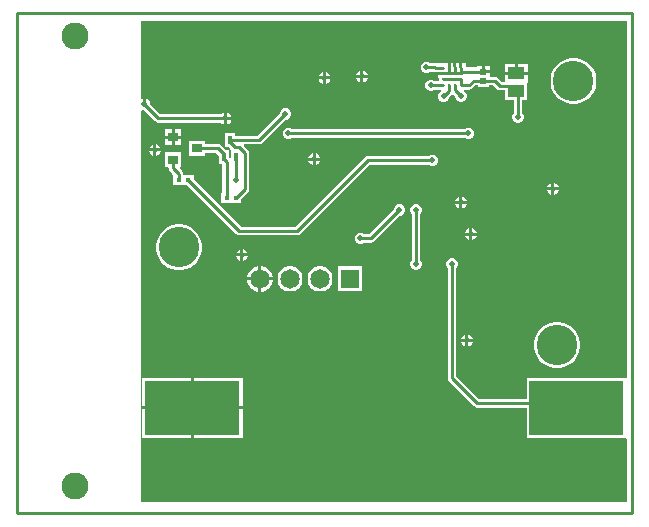
<source format=gbl>
G04*
G04 #@! TF.GenerationSoftware,Altium Limited,Altium Designer,22.8.2 (66)*
G04*
G04 Layer_Physical_Order=2*
G04 Layer_Color=16711680*
%FSLAX25Y25*%
%MOIN*%
G70*
G04*
G04 #@! TF.SameCoordinates,DBEA32A3-26B1-43DE-8851-A205651FCFC1*
G04*
G04*
G04 #@! TF.FilePolarity,Positive*
G04*
G01*
G75*
%ADD15C,0.01000*%
%ADD25R,0.02047X0.02047*%
%ADD49R,0.05512X0.04331*%
%ADD57C,0.09000*%
%ADD58C,0.06496*%
%ADD59R,0.06496X0.06496*%
%ADD60C,0.02000*%
%ADD61C,0.13500*%
%ADD62R,0.31500X0.18000*%
%ADD63R,0.01083X0.00984*%
%ADD64R,0.00984X0.01083*%
%ADD65R,0.01772X0.01772*%
%ADD66R,0.03543X0.03150*%
%ADD67R,0.01300X0.02800*%
G36*
X337748Y272359D02*
X337650Y271900D01*
X337248Y271900D01*
X304350D01*
Y264927D01*
X288591D01*
X280927Y272591D01*
Y308740D01*
X281111Y308924D01*
X281400Y309622D01*
Y310378D01*
X281111Y311076D01*
X280576Y311611D01*
X279878Y311900D01*
X279122D01*
X278424Y311611D01*
X277889Y311076D01*
X277600Y310378D01*
Y309622D01*
X277889Y308924D01*
X278073Y308740D01*
Y272000D01*
X278073Y272000D01*
X278181Y271454D01*
X278491Y270991D01*
X286991Y262491D01*
X286991Y262491D01*
X287454Y262181D01*
X288000Y262073D01*
X288000Y262073D01*
X304350D01*
Y252100D01*
X337248D01*
X337650Y252100D01*
X337748Y251641D01*
Y230500D01*
X175748D01*
Y360997D01*
X176248Y361331D01*
X176589Y361190D01*
X176968D01*
X180667Y357491D01*
X180667Y357491D01*
X181130Y357181D01*
X181677Y357073D01*
X181677Y357073D01*
X202599D01*
X202867Y356804D01*
X203500Y356542D01*
Y358500D01*
Y360458D01*
X202867Y360195D01*
X202599Y359927D01*
X182268D01*
X178987Y363209D01*
Y363588D01*
X178682Y364323D01*
X178120Y364885D01*
X177487Y365148D01*
Y363190D01*
X176487D01*
Y365148D01*
X176248Y365049D01*
X175748Y365383D01*
Y391000D01*
X337748D01*
Y272359D01*
D02*
G37*
%LPC*%
G36*
X292024Y376098D02*
X290500D01*
Y374575D01*
X292024D01*
Y376098D01*
D02*
G37*
G36*
X304756Y376665D02*
X301500D01*
Y374000D01*
X304756D01*
Y376665D01*
D02*
G37*
G36*
X300500D02*
X297244D01*
Y374000D01*
X300500D01*
Y376665D01*
D02*
G37*
G36*
X250000Y374458D02*
Y373000D01*
X251458D01*
X251196Y373633D01*
X250633Y374196D01*
X250000Y374458D01*
D02*
G37*
G36*
X249000D02*
X248367Y374196D01*
X247804Y373633D01*
X247542Y373000D01*
X249000D01*
Y374458D01*
D02*
G37*
G36*
X237500Y373958D02*
Y372500D01*
X238958D01*
X238696Y373133D01*
X238133Y373695D01*
X237500Y373958D01*
D02*
G37*
G36*
X236500D02*
X235867Y373695D01*
X235304Y373133D01*
X235042Y372500D01*
X236500D01*
Y373958D01*
D02*
G37*
G36*
X271378Y377400D02*
X270622D01*
X269924Y377111D01*
X269389Y376576D01*
X269100Y375878D01*
Y375122D01*
X269389Y374424D01*
X269924Y373889D01*
X270622Y373600D01*
X271378D01*
X272076Y373889D01*
X272260Y374073D01*
X273749D01*
X273987Y374025D01*
X273987Y374025D01*
X274957D01*
Y373984D01*
X276498D01*
Y372984D01*
X274957D01*
Y371992D01*
X275057D01*
Y370967D01*
X273720D01*
X273576Y371111D01*
X272878Y371400D01*
X272122D01*
X271424Y371111D01*
X270889Y370576D01*
X270600Y369878D01*
Y369122D01*
X270889Y368424D01*
X271424Y367889D01*
X272122Y367600D01*
X272878D01*
X273576Y367889D01*
X273799Y368112D01*
X275903D01*
X276002Y367612D01*
X275608Y367449D01*
X275074Y366914D01*
X274784Y366216D01*
Y365460D01*
X275074Y364762D01*
X275608Y364227D01*
X276307Y363938D01*
X277062D01*
X277761Y364227D01*
X278295Y364762D01*
X278584Y365460D01*
Y365719D01*
X279320Y366455D01*
X279962Y366519D01*
X280600Y365881D01*
Y365622D01*
X280889Y364924D01*
X281424Y364389D01*
X282122Y364100D01*
X282878D01*
X283576Y364389D01*
X284111Y364924D01*
X284400Y365622D01*
Y366378D01*
X284111Y367076D01*
X283576Y367611D01*
X283555Y367620D01*
X283654Y368120D01*
X285317D01*
X285317Y368120D01*
X285863Y368228D01*
X286326Y368538D01*
X287286Y369498D01*
X288076D01*
Y369002D01*
X291924D01*
Y369498D01*
X293210D01*
X294457Y368250D01*
X294457Y368250D01*
X294920Y367941D01*
X295467Y367832D01*
X295467Y367832D01*
X297344D01*
Y364529D01*
X300073D01*
Y360260D01*
X299889Y360076D01*
X299600Y359378D01*
Y358622D01*
X299889Y357924D01*
X300424Y357389D01*
X301122Y357100D01*
X301878D01*
X302576Y357389D01*
X303111Y357924D01*
X303400Y358622D01*
Y359378D01*
X303111Y360076D01*
X302927Y360260D01*
Y364529D01*
X304656D01*
Y370335D01*
X304756D01*
Y373000D01*
X297244D01*
Y370687D01*
X296058D01*
X294811Y371935D01*
X294347Y372244D01*
X293801Y372353D01*
X293801Y372353D01*
X292024D01*
Y373575D01*
X290000D01*
Y374075D01*
X289500D01*
Y376098D01*
X287976D01*
Y375502D01*
X284043D01*
Y376945D01*
X283002D01*
Y375453D01*
X282002D01*
Y376945D01*
X281976D01*
Y377043D01*
X280984D01*
Y375502D01*
X279984D01*
Y377043D01*
X279015D01*
Y375502D01*
X278015D01*
Y377043D01*
X277023D01*
Y377043D01*
X276523Y376875D01*
X276498Y376880D01*
X274177D01*
X273940Y376927D01*
X273940Y376927D01*
X272260D01*
X272076Y377111D01*
X271378Y377400D01*
D02*
G37*
G36*
X251458Y372000D02*
X250000D01*
Y370542D01*
X250633Y370805D01*
X251196Y371367D01*
X251458Y372000D01*
D02*
G37*
G36*
X249000D02*
X247542D01*
X247804Y371367D01*
X248367Y370805D01*
X249000Y370542D01*
Y372000D01*
D02*
G37*
G36*
X238958Y371500D02*
X237500D01*
Y370042D01*
X238133Y370304D01*
X238696Y370867D01*
X238958Y371500D01*
D02*
G37*
G36*
X236500D02*
X235042D01*
X235304Y370867D01*
X235867Y370304D01*
X236500Y370042D01*
Y371500D01*
D02*
G37*
G36*
X320754Y378650D02*
X319247D01*
X317769Y378356D01*
X316376Y377779D01*
X315123Y376942D01*
X314058Y375877D01*
X313221Y374624D01*
X312644Y373231D01*
X312350Y371754D01*
Y370247D01*
X312644Y368769D01*
X313221Y367376D01*
X314058Y366123D01*
X315123Y365058D01*
X316376Y364221D01*
X317769Y363644D01*
X319247Y363350D01*
X320754D01*
X322231Y363644D01*
X323624Y364221D01*
X324877Y365058D01*
X325942Y366123D01*
X326779Y367376D01*
X327356Y368769D01*
X327650Y370247D01*
Y371754D01*
X327356Y373231D01*
X326779Y374624D01*
X325942Y375877D01*
X324877Y376942D01*
X323624Y377779D01*
X322231Y378356D01*
X320754Y378650D01*
D02*
G37*
G36*
X204500Y360458D02*
Y359000D01*
X205958D01*
X205696Y359633D01*
X205133Y360195D01*
X204500Y360458D01*
D02*
G37*
G36*
X205958Y358000D02*
X204500D01*
Y356542D01*
X205133Y356804D01*
X205696Y357367D01*
X205958Y358000D01*
D02*
G37*
G36*
X285378Y355400D02*
X284622D01*
X283924Y355111D01*
X283740Y354927D01*
X226260D01*
X226076Y355111D01*
X225378Y355400D01*
X224622D01*
X223924Y355111D01*
X223389Y354576D01*
X223100Y353878D01*
Y353122D01*
X223389Y352424D01*
X223924Y351889D01*
X224622Y351600D01*
X225378D01*
X226076Y351889D01*
X226260Y352073D01*
X283740D01*
X283924Y351889D01*
X284622Y351600D01*
X285378D01*
X286076Y351889D01*
X286611Y352424D01*
X286900Y353122D01*
Y353878D01*
X286611Y354576D01*
X286076Y355111D01*
X285378Y355400D01*
D02*
G37*
G36*
X189335Y354815D02*
X187063D01*
Y352740D01*
X189335D01*
Y354815D01*
D02*
G37*
G36*
X186063D02*
X183791D01*
Y352740D01*
X186063D01*
Y354815D01*
D02*
G37*
G36*
X224378Y361900D02*
X223622D01*
X222924Y361611D01*
X222389Y361076D01*
X222100Y360378D01*
Y360119D01*
X214659Y352677D01*
X207050D01*
Y353550D01*
X203950D01*
Y348950D01*
X205031D01*
X205594Y348388D01*
X205919Y348050D01*
X205919D01*
X205919Y348050D01*
Y345291D01*
X205487Y345135D01*
X205443Y345133D01*
X205082Y345484D01*
Y348050D01*
X204000D01*
X202541Y349509D01*
X202078Y349819D01*
X201532Y349927D01*
X201532Y349927D01*
X197109D01*
Y350975D01*
X191765D01*
Y346025D01*
X197109D01*
Y347073D01*
X200940D01*
X201982Y346031D01*
Y343450D01*
X202998D01*
Y333786D01*
X202565D01*
Y330214D01*
X209286D01*
Y331767D01*
X211509Y333991D01*
X211509Y333991D01*
X211819Y334454D01*
X211927Y335000D01*
X211927Y335000D01*
Y346890D01*
X211819Y347436D01*
X211509Y347899D01*
X211509Y347899D01*
X210048Y349361D01*
X210239Y349823D01*
X215250D01*
X215250Y349823D01*
X215796Y349931D01*
X216259Y350241D01*
X224119Y358100D01*
X224378D01*
X225076Y358389D01*
X225611Y358924D01*
X225900Y359622D01*
Y360378D01*
X225611Y361076D01*
X225076Y361611D01*
X224378Y361900D01*
D02*
G37*
G36*
X189335Y351740D02*
X187063D01*
Y349665D01*
X189335D01*
Y351740D01*
D02*
G37*
G36*
X186063D02*
X183791D01*
Y349665D01*
X186063D01*
Y351740D01*
D02*
G37*
G36*
X181000Y349958D02*
Y348500D01*
X182458D01*
X182195Y349133D01*
X181633Y349695D01*
X181000Y349958D01*
D02*
G37*
G36*
X180000D02*
X179367Y349695D01*
X178805Y349133D01*
X178542Y348500D01*
X180000D01*
Y349958D01*
D02*
G37*
G36*
X182458Y347500D02*
X181000D01*
Y346042D01*
X181633Y346304D01*
X182195Y346867D01*
X182458Y347500D01*
D02*
G37*
G36*
X180000D02*
X178542D01*
X178805Y346867D01*
X179367Y346304D01*
X180000Y346042D01*
Y347500D01*
D02*
G37*
G36*
X234090Y346896D02*
Y345439D01*
X235548D01*
X235285Y346072D01*
X234723Y346634D01*
X234090Y346896D01*
D02*
G37*
G36*
X233090D02*
X232457Y346634D01*
X231894Y346072D01*
X231632Y345439D01*
X233090D01*
Y346896D01*
D02*
G37*
G36*
X235548Y344439D02*
X234090D01*
Y342981D01*
X234723Y343243D01*
X235285Y343806D01*
X235548Y344439D01*
D02*
G37*
G36*
X233090D02*
X231632D01*
X231894Y343806D01*
X232457Y343243D01*
X233090Y342981D01*
Y344439D01*
D02*
G37*
G36*
X189235Y347235D02*
X183891D01*
Y342285D01*
X184707D01*
X185073Y342000D01*
X185181Y341454D01*
X185491Y340991D01*
X186340Y340141D01*
X186639Y339786D01*
X186639D01*
X186639Y339786D01*
Y336214D01*
X191342D01*
X207565Y319991D01*
X208029Y319681D01*
X208575Y319573D01*
X208575Y319573D01*
X228000D01*
X228000Y319573D01*
X228546Y319681D01*
X229009Y319991D01*
X252091Y343073D01*
X271740D01*
X271924Y342889D01*
X272622Y342600D01*
X273378D01*
X274076Y342889D01*
X274611Y343424D01*
X274900Y344122D01*
Y344878D01*
X274611Y345576D01*
X274076Y346111D01*
X273378Y346400D01*
X272622D01*
X271924Y346111D01*
X271740Y345927D01*
X251500D01*
X251500Y345927D01*
X250954Y345819D01*
X250491Y345509D01*
X250491Y345509D01*
X227409Y322427D01*
X209166D01*
X193361Y338233D01*
Y339786D01*
X189853D01*
Y340075D01*
X189744Y340621D01*
X189435Y341084D01*
X189435Y341084D01*
X188696Y341823D01*
X188887Y342285D01*
X189235D01*
Y347235D01*
D02*
G37*
G36*
X313657Y337036D02*
Y335579D01*
X315115D01*
X314853Y336212D01*
X314290Y336774D01*
X313657Y337036D01*
D02*
G37*
G36*
X312657D02*
X312024Y336774D01*
X311462Y336212D01*
X311200Y335579D01*
X312657D01*
Y337036D01*
D02*
G37*
G36*
X315115Y334579D02*
X313657D01*
Y333121D01*
X314290Y333383D01*
X314853Y333946D01*
X315115Y334579D01*
D02*
G37*
G36*
X312657D02*
X311200D01*
X311462Y333946D01*
X312024Y333383D01*
X312657Y333121D01*
Y334579D01*
D02*
G37*
G36*
X283000Y332458D02*
Y331000D01*
X284458D01*
X284195Y331633D01*
X283633Y332195D01*
X283000Y332458D01*
D02*
G37*
G36*
X282000D02*
X281367Y332195D01*
X280804Y331633D01*
X280542Y331000D01*
X282000D01*
Y332458D01*
D02*
G37*
G36*
X284458Y330000D02*
X283000D01*
Y328542D01*
X283633Y328804D01*
X284195Y329367D01*
X284458Y330000D01*
D02*
G37*
G36*
X282000D02*
X280542D01*
X280804Y329367D01*
X281367Y328804D01*
X282000Y328542D01*
Y330000D01*
D02*
G37*
G36*
X286269Y321931D02*
Y320474D01*
X287726D01*
X287464Y321107D01*
X286902Y321669D01*
X286269Y321931D01*
D02*
G37*
G36*
X285269D02*
X284636Y321669D01*
X284073Y321107D01*
X283811Y320474D01*
X285269D01*
Y321931D01*
D02*
G37*
G36*
X262378Y329900D02*
X261622D01*
X260924Y329611D01*
X260389Y329076D01*
X260100Y328378D01*
Y328119D01*
X251909Y319927D01*
X250260D01*
X250076Y320111D01*
X249378Y320400D01*
X248622D01*
X247924Y320111D01*
X247389Y319576D01*
X247100Y318878D01*
Y318122D01*
X247389Y317424D01*
X247924Y316889D01*
X248622Y316600D01*
X249378D01*
X250076Y316889D01*
X250260Y317073D01*
X252500D01*
X252500Y317073D01*
X253046Y317181D01*
X253509Y317491D01*
X262119Y326100D01*
X262378D01*
X263076Y326389D01*
X263611Y326924D01*
X263900Y327622D01*
Y328378D01*
X263611Y329076D01*
X263076Y329611D01*
X262378Y329900D01*
D02*
G37*
G36*
X287726Y319474D02*
X286269D01*
Y318016D01*
X286902Y318278D01*
X287464Y318841D01*
X287726Y319474D01*
D02*
G37*
G36*
X285269D02*
X283811D01*
X284073Y318841D01*
X284636Y318278D01*
X285269Y318016D01*
Y319474D01*
D02*
G37*
G36*
X210000Y314958D02*
Y313500D01*
X211458D01*
X211195Y314133D01*
X210633Y314696D01*
X210000Y314958D01*
D02*
G37*
G36*
X209000D02*
X208367Y314696D01*
X207804Y314133D01*
X207542Y313500D01*
X209000D01*
Y314958D01*
D02*
G37*
G36*
X211458Y312500D02*
X210000D01*
Y311042D01*
X210633Y311304D01*
X211195Y311867D01*
X211458Y312500D01*
D02*
G37*
G36*
X209000D02*
X207542D01*
X207804Y311867D01*
X208367Y311304D01*
X209000Y311042D01*
Y312500D01*
D02*
G37*
G36*
X267878Y329900D02*
X267122D01*
X266424Y329611D01*
X265889Y329076D01*
X265600Y328378D01*
Y327622D01*
X265889Y326924D01*
X266073Y326740D01*
Y311260D01*
X265889Y311076D01*
X265600Y310378D01*
Y309622D01*
X265889Y308924D01*
X266424Y308389D01*
X267122Y308100D01*
X267878D01*
X268576Y308389D01*
X269111Y308924D01*
X269400Y309622D01*
Y310378D01*
X269111Y311076D01*
X268927Y311260D01*
Y326740D01*
X269111Y326924D01*
X269400Y327622D01*
Y328378D01*
X269111Y329076D01*
X268576Y329611D01*
X267878Y329900D01*
D02*
G37*
G36*
X189253Y323150D02*
X187747D01*
X186269Y322856D01*
X184876Y322279D01*
X183623Y321442D01*
X182558Y320377D01*
X181721Y319124D01*
X181144Y317731D01*
X180850Y316253D01*
Y314746D01*
X181144Y313269D01*
X181721Y311876D01*
X182558Y310623D01*
X183623Y309558D01*
X184876Y308721D01*
X186269Y308144D01*
X187747Y307850D01*
X189253D01*
X190731Y308144D01*
X192124Y308721D01*
X193377Y309558D01*
X194442Y310623D01*
X195279Y311876D01*
X195856Y313269D01*
X196150Y314746D01*
Y316253D01*
X195856Y317731D01*
X195279Y319124D01*
X194442Y320377D01*
X193377Y321442D01*
X192124Y322279D01*
X190731Y322856D01*
X189253Y323150D01*
D02*
G37*
G36*
X216059Y309248D02*
X216000D01*
Y305500D01*
X219748D01*
Y305559D01*
X219459Y306640D01*
X218899Y307608D01*
X218108Y308399D01*
X217140Y308959D01*
X216059Y309248D01*
D02*
G37*
G36*
X215000D02*
X214941D01*
X213860Y308959D01*
X212892Y308399D01*
X212101Y307608D01*
X211542Y306640D01*
X211252Y305559D01*
Y305500D01*
X215000D01*
Y309248D01*
D02*
G37*
G36*
X249648Y309148D02*
X241352D01*
Y300852D01*
X249648D01*
Y309148D01*
D02*
G37*
G36*
X236046D02*
X234954D01*
X233899Y308865D01*
X232953Y308319D01*
X232181Y307547D01*
X231635Y306601D01*
X231352Y305546D01*
Y304454D01*
X231635Y303399D01*
X232181Y302453D01*
X232953Y301681D01*
X233899Y301135D01*
X234954Y300852D01*
X236046D01*
X237101Y301135D01*
X238047Y301681D01*
X238819Y302453D01*
X239365Y303399D01*
X239648Y304454D01*
Y305546D01*
X239365Y306601D01*
X238819Y307547D01*
X238047Y308319D01*
X237101Y308865D01*
X236046Y309148D01*
D02*
G37*
G36*
X226046D02*
X224954D01*
X223899Y308865D01*
X222953Y308319D01*
X222181Y307547D01*
X221635Y306601D01*
X221352Y305546D01*
Y304454D01*
X221635Y303399D01*
X222181Y302453D01*
X222953Y301681D01*
X223899Y301135D01*
X224954Y300852D01*
X226046D01*
X227101Y301135D01*
X228047Y301681D01*
X228819Y302453D01*
X229365Y303399D01*
X229648Y304454D01*
Y305546D01*
X229365Y306601D01*
X228819Y307547D01*
X228047Y308319D01*
X227101Y308865D01*
X226046Y309148D01*
D02*
G37*
G36*
X219748Y304500D02*
X216000D01*
Y300752D01*
X216059D01*
X217140Y301042D01*
X218108Y301601D01*
X218899Y302392D01*
X219459Y303360D01*
X219748Y304441D01*
Y304500D01*
D02*
G37*
G36*
X215000D02*
X211252D01*
Y304441D01*
X211542Y303360D01*
X212101Y302392D01*
X212892Y301601D01*
X213860Y301042D01*
X214941Y300752D01*
X215000D01*
Y304500D01*
D02*
G37*
G36*
X285000Y286458D02*
Y285000D01*
X286458D01*
X286195Y285633D01*
X285633Y286195D01*
X285000Y286458D01*
D02*
G37*
G36*
X284000D02*
X283367Y286195D01*
X282804Y285633D01*
X282542Y285000D01*
X284000D01*
Y286458D01*
D02*
G37*
G36*
X286458Y284000D02*
X285000D01*
Y282542D01*
X285633Y282804D01*
X286195Y283367D01*
X286458Y284000D01*
D02*
G37*
G36*
X284000D02*
X282542D01*
X282804Y283367D01*
X283367Y282804D01*
X284000Y282542D01*
Y284000D01*
D02*
G37*
G36*
X315253Y290650D02*
X313747D01*
X312269Y290356D01*
X310876Y289779D01*
X309623Y288942D01*
X308558Y287877D01*
X307721Y286624D01*
X307144Y285231D01*
X306850Y283753D01*
Y282246D01*
X307144Y280769D01*
X307721Y279376D01*
X308558Y278123D01*
X309623Y277058D01*
X310876Y276221D01*
X312269Y275644D01*
X313747Y275350D01*
X315253D01*
X316731Y275644D01*
X318124Y276221D01*
X319377Y277058D01*
X320442Y278123D01*
X321279Y279376D01*
X321856Y280769D01*
X322150Y282246D01*
Y283753D01*
X321856Y285231D01*
X321279Y286624D01*
X320442Y287877D01*
X319377Y288942D01*
X318124Y289779D01*
X316731Y290356D01*
X315253Y290650D01*
D02*
G37*
G36*
X209750Y272000D02*
X193500D01*
Y262500D01*
X209750D01*
Y272000D01*
D02*
G37*
G36*
X192500D02*
X176250D01*
Y262500D01*
X192500D01*
Y272000D01*
D02*
G37*
G36*
X209750Y261500D02*
X193500D01*
Y252000D01*
X209750D01*
Y261500D01*
D02*
G37*
G36*
X192500D02*
X176250D01*
Y252000D01*
X192500D01*
Y261500D01*
D02*
G37*
%LPD*%
D15*
X319500Y263500D02*
X321000Y262000D01*
X279500Y272000D02*
X288000Y263500D01*
X319500D01*
X279500Y272000D02*
Y310000D01*
X283126Y374075D02*
X290000D01*
X282536Y373484D02*
X283126Y374075D01*
X282502Y373484D02*
X282536D01*
X280501D02*
X282502D01*
X278499D02*
X280501D01*
X280484Y373501D02*
Y375502D01*
Y373501D02*
X280501Y373484D01*
X276498D02*
X278499D01*
X278515Y373501D02*
Y375502D01*
X278499Y373484D02*
X278515Y373501D01*
X282502Y373484D02*
Y375453D01*
X176987Y363190D02*
X181677Y358500D01*
X204000D01*
X225000Y353500D02*
X285000D01*
X215250Y351250D02*
X224000Y360000D01*
X205500Y351250D02*
X215250D01*
X203532Y345750D02*
Y346500D01*
X194437Y348500D02*
X201532D01*
X203532Y346500D01*
X251500Y344500D02*
X273000D01*
X228000Y321000D02*
X251500Y344500D01*
X208575Y321000D02*
X228000D01*
X191575Y338000D02*
X208575Y321000D01*
X186500Y342000D02*
Y344697D01*
X186563Y344760D01*
X188425Y338000D02*
Y340075D01*
X186500Y342000D02*
X188425Y340075D01*
X272539Y369539D02*
X276490D01*
X272500Y369500D02*
X272539Y369539D01*
X276490D02*
X276498Y369547D01*
X273987Y375453D02*
X276498D01*
X273940Y375500D02*
X273987Y375453D01*
X271000Y375500D02*
X273940D01*
X278507Y367661D02*
Y369490D01*
X276684Y365838D02*
X278507Y367661D01*
Y369490D02*
X278515Y369498D01*
X280484Y368016D02*
X282500Y366000D01*
X280484Y368016D02*
Y369498D01*
X267500Y310000D02*
Y328000D01*
X252500Y318500D02*
X262000Y328000D01*
X249000Y318500D02*
X252500D01*
X207469Y338531D02*
X207500Y338500D01*
X207469Y338531D02*
Y345750D01*
X203532Y345000D02*
X204425Y344106D01*
Y332075D02*
Y344106D01*
X204350Y332000D02*
X204425Y332075D01*
X203532Y345000D02*
Y345750D01*
X207500Y332000D02*
X210500Y335000D01*
X208454Y348936D02*
X210500Y346890D01*
Y335000D02*
Y346890D01*
X205500Y350500D02*
Y351250D01*
Y350500D02*
X207064Y348936D01*
X208454D01*
X301500Y359000D02*
Y367094D01*
X301000Y367594D02*
X301500Y367094D01*
X293801Y370925D02*
X295467Y369260D01*
X299335D01*
X290000Y370925D02*
X293801D01*
X299335Y369260D02*
X301000Y367594D01*
X282502Y369547D02*
X285317D01*
X286695Y370925D01*
X290000D01*
X282502Y370502D02*
Y371516D01*
X282500Y370500D02*
X282502Y370502D01*
X282500Y369549D02*
Y370500D01*
Y369549D02*
X282502Y369547D01*
X281461Y371539D02*
X281484Y371516D01*
X282502D01*
X277402Y371539D02*
X281461D01*
X277378Y371516D02*
X277402Y371539D01*
X276498Y371516D02*
X277378D01*
X134500Y227000D02*
X339500D01*
X134500Y393500D02*
X339500D01*
Y227000D02*
Y393500D01*
X134500Y227000D02*
Y393500D01*
D25*
X290000Y374075D02*
D03*
Y370925D02*
D03*
D49*
X301000Y367594D02*
D03*
Y373500D02*
D03*
D57*
X154000Y236000D02*
D03*
Y386000D02*
D03*
D58*
X235500Y305000D02*
D03*
X225500D02*
D03*
X215500D02*
D03*
D59*
X245500D02*
D03*
D60*
X209500Y313000D02*
D03*
X279500Y310000D02*
D03*
X180500Y348000D02*
D03*
X284500Y284500D02*
D03*
X204000Y358500D02*
D03*
X176987Y363190D02*
D03*
X233590Y344939D02*
D03*
X313157Y335079D02*
D03*
X282500Y330500D02*
D03*
X285769Y319974D02*
D03*
X249500Y372500D02*
D03*
X237000Y372000D02*
D03*
X225000Y353500D02*
D03*
X273000Y344500D02*
D03*
X285000Y353500D02*
D03*
X272500Y369500D02*
D03*
X271000Y375500D02*
D03*
X276684Y365838D02*
D03*
X282500Y366000D02*
D03*
X267500Y310000D02*
D03*
X249000Y318500D02*
D03*
X267500Y328000D02*
D03*
X262000D02*
D03*
X207500Y338000D02*
D03*
X224000Y360000D02*
D03*
X301500Y359000D02*
D03*
D61*
X314500Y283000D02*
D03*
X320000Y371000D02*
D03*
X188500Y315500D02*
D03*
D62*
X193000Y262000D02*
D03*
X321000D02*
D03*
X192950D02*
D03*
D63*
X276498Y369547D02*
D03*
Y371516D02*
D03*
Y373484D02*
D03*
Y375453D02*
D03*
X282502D02*
D03*
Y373484D02*
D03*
Y371516D02*
D03*
Y369547D02*
D03*
D64*
X278515Y375502D02*
D03*
X280484D02*
D03*
Y369498D02*
D03*
X278515D02*
D03*
D65*
X191575Y338000D02*
D03*
X188425D02*
D03*
X204350Y332000D02*
D03*
X207500D02*
D03*
D66*
X186563Y344760D02*
D03*
Y352240D02*
D03*
X194437Y348500D02*
D03*
D67*
X205500Y351250D02*
D03*
X203532Y345750D02*
D03*
X207469D02*
D03*
M02*

</source>
